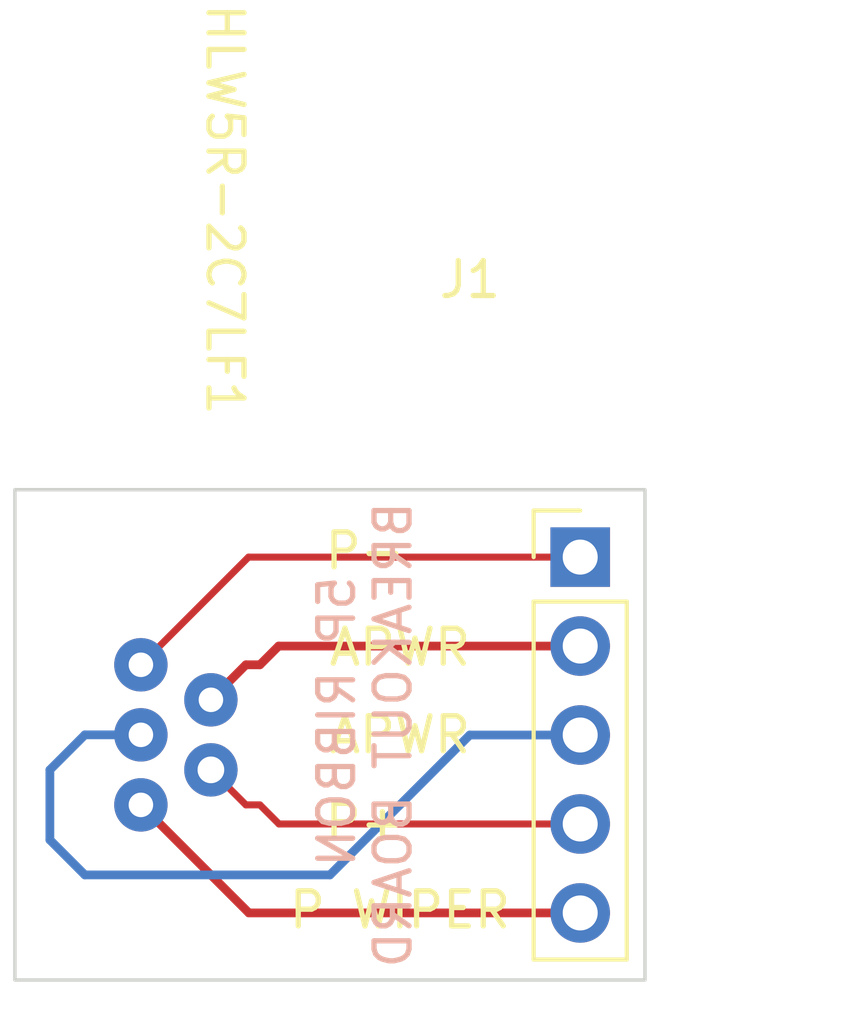
<source format=kicad_pcb>
(kicad_pcb (version 20211014) (generator pcbnew)
  (layers (0 "F.Cu" signal) (31 "B.Cu" signal) (34 "B.Paste" user) (35 "F.Paste" user) (36 "B.SilkS" user "B.Silkscreen") (37 "F.SilkS" user "F.Silkscreen") (38 "B.Mask" user) (39 "F.Mask" user) (44 "Edge.Cuts" user))
  (net 0 "")
  (net 1 "/ACTUATOR PWR1")
  (net 2 "/ACTUATOR PWR2")
  (net 3 "/POTENT WIPER")
  (net 4 "/POTENT REF -")
  (net 5 "/POTENT REF +")
  (footprint "Library:HLW5R-2C7LF" (layer "F.Cu") (at 101.6 95 -90)
    (fp_text reference "HLW5R-2C7LF1" (at -13 -2.4 -90 unlocked) (layer "F.SilkS"))
    (fp_text value "Conn_2Rows-05Pins")
    (pad "1" thru_hole circle (at 0 0 270) (size 1.524 1.524) (drill 0.7) (layers *.Cu *.Mask) (net 4 "/POTENT REF -"))
    (pad "2" thru_hole circle (at 1 -2 270) (size 1.524 1.524) (drill 0.7) (layers *.Cu *.Mask) (net 1 "/ACTUATOR PWR1"))
    (pad "3" thru_hole circle (at 2 0 270) (size 1.524 1.524) (drill 0.7) (layers *.Cu *.Mask) (net 2 "/ACTUATOR PWR2"))
    (pad "4" thru_hole circle (at 3 -2 270) (size 1.524 1.524) (drill 0.762) (layers *.Cu *.Mask) (net 5 "/POTENT REF +"))
    (pad "5" thru_hole circle (at 4 0 270) (size 1.524 1.524) (drill 0.7) (layers *.Cu *.Mask) (net 3 "/POTENT WIPER"))
  )
  (footprint "Connector_PinHeader_2.54mm:PinHeader_1x05_P2.54mm_Vertical" (layer "F.Cu") (at 114.15 91.925)
    (fp_text reference "J1" (at -3.15 -7.925) (layer "F.SilkS"))
    (fp_text value "Conn_01x05_Female")
    (fp_line (start -1.33 0) (end -1.33 -1.33) (layer "F.SilkS") (width 0.12))
    (fp_line (start -1.33 11.49) (end 1.33 11.49) (layer "F.SilkS") (width 0.12))
    (fp_line (start -1.33 1.27) (end -1.33 11.49) (layer "F.SilkS") (width 0.12))
    (fp_line (start -1.33 1.27) (end 1.33 1.27) (layer "F.SilkS") (width 0.12))
    (fp_line (start -1.33 -1.33) (end 0 -1.33) (layer "F.SilkS") (width 0.12))
    (fp_line (start 1.33 1.27) (end 1.33 11.49) (layer "F.SilkS") (width 0.12))
    (pad "1" thru_hole rect locked (at 0 0) (size 1.7 1.7) (drill 1) (layers *.Cu *.Mask) (net 4 "/POTENT REF -"))
    (pad "2" thru_hole oval locked (at 0 2.54) (size 1.7 1.7) (drill 1) (layers *.Cu *.Mask) (net 1 "/ACTUATOR PWR1"))
    (pad "3" thru_hole oval locked (at 0 5.08) (size 1.7 1.7) (drill 1) (layers *.Cu *.Mask) (net 2 "/ACTUATOR PWR2"))
    (pad "4" thru_hole oval locked (at 0 7.62) (size 1.7 1.7) (drill 1) (layers *.Cu *.Mask) (net 5 "/POTENT REF +"))
    (pad "5" thru_hole oval locked (at 0 10.16) (size 1.7 1.7) (drill 1) (layers *.Cu *.Mask) (net 3 "/POTENT WIPER"))
  )
  (gr_rect (start 116 90) (end 98 104) (layer "Edge.Cuts") (width 0.1) (fill none))
  (gr_text "5P RIBBON \nBREAKOUT BOARD" (at 108 97 90) (layer "B.SilkS") (effects (font (size 1 1)) (justify mirror)))
  (gr_text "P-\n" (at 108 91.75) (layer "F.SilkS") (effects (font (size 1 1))))
  (gr_text "P+\n" (at 108 99.5) (layer "F.SilkS") (effects (font (size 1 1))))
  (gr_text "APWR" (at 109 97) (layer "F.SilkS") (effects (font (size 1 1))))
  (gr_text "P WIPER\n" (at 109 102) (layer "F.SilkS") (effects (font (size 1 1))))
  (gr_text "APWR" (at 109 94.5) (layer "F.SilkS") (effects (font (size 1 1))))
  (segment (start 103.6 96) (end 104.6 95) (width 0.25) (layer "F.Cu") (net 1))
  (segment (start 105.535 94.465) (end 114.15 94.465) (width 0.25) (layer "F.Cu") (net 1))
  (segment (start 105 95) (end 105.535 94.465) (width 0.25) (layer "F.Cu") (net 1))
  (segment (start 104.6 95) (end 105 95) (width 0.25) (layer "F.Cu") (net 1))
  (segment (start 110.995 97.005) (end 114.15 97.005) (width 0.25) (layer "B.Cu") (net 2))
  (segment (start 100 101) (end 107 101) (width 0.25) (layer "B.Cu") (net 2))
  (segment (start 101.6 97) (end 100 97) (width 0.25) (layer "B.Cu") (net 2))
  (segment (start 100 97) (end 99 98) (width 0.25) (layer "B.Cu") (net 2))
  (segment (start 99 100) (end 100 101) (width 0.25) (layer "B.Cu") (net 2))
  (segment (start 107 101) (end 110.995 97.005) (width 0.25) (layer "B.Cu") (net 2))
  (segment (start 99 98) (end 99 100) (width 0.25) (layer "B.Cu") (net 2))
  (segment (start 104.685 102.085) (end 114.15 102.085) (width 0.25) (layer "F.Cu") (net 3))
  (segment (start 101.6 99) (end 104.685 102.085) (width 0.25) (layer "F.Cu") (net 3))
  (segment (start 101.6 95) (end 104.675 91.925) (width 0.2) (layer "F.Cu") (net 4))
  (segment (start 104.675 91.925) (end 114.15 91.925) (width 0.2) (layer "F.Cu") (net 4))
  (segment (start 103.6 98) (end 104.6 99) (width 0.2) (layer "F.Cu") (net 5))
  (segment (start 105.545 99.545) (end 114.15 99.545) (width 0.2) (layer "F.Cu") (net 5))
  (segment (start 105 99) (end 105.545 99.545) (width 0.2) (layer "F.Cu") (net 5))
  (segment (start 104.6 99) (end 105 99) (width 0.2) (layer "F.Cu") (net 5))
)
</source>
